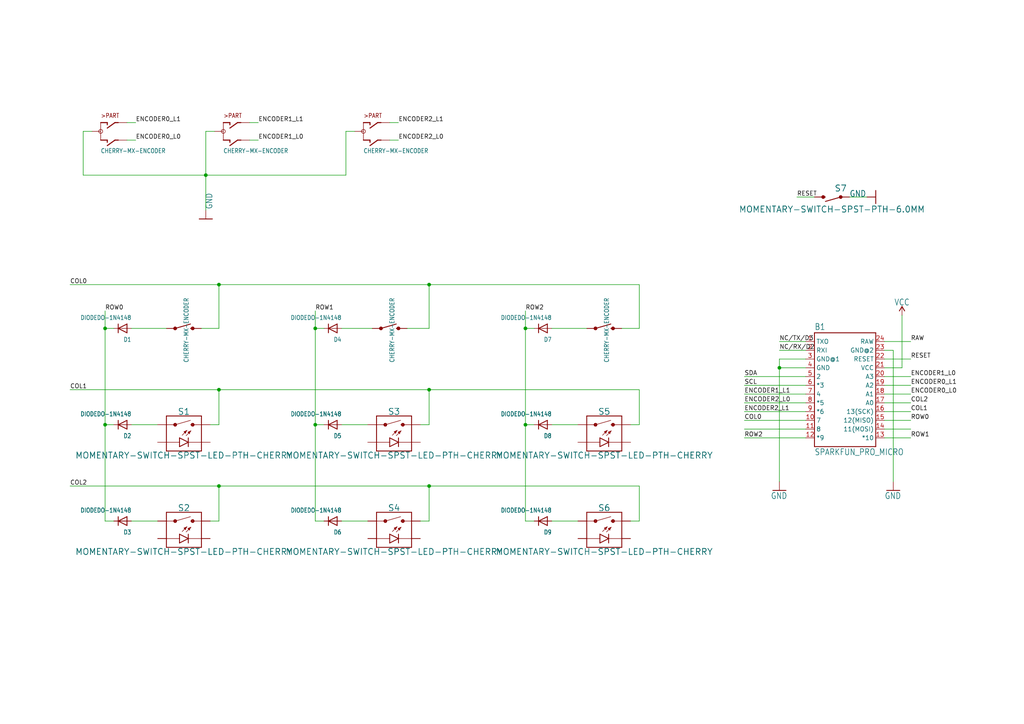
<source format=kicad_sch>
(kicad_sch (version 20211123) (generator eeschema)
  (paper "A4")
  (title_block (title "RecyclingPad") (date "2022-06-22") (rev "0.1x") (company "deveth0"))
  (lib_symbols
    (symbol "dumbpad-eagle-import:CHERRY-MX-ENCODER"
      (property "Value" "CHERRY-MX-ENCODER" (at 6.35 0 90))
      (symbol "CHERRY-MX-ENCODER_1_0"
        (circle (center -2.54 0) (radius 0.127) (stroke (width 0.4064)))
        (polyline (pts (xy -2.54 0) (xy 1.905 1.27)) (stroke (width 0.254)))
        (polyline (pts (xy 1.905 0) (xy 2.54 0)) (stroke (width 0.254)))
        (circle (center 2.54 0) (radius 0.127) (stroke (width 0.4064)))
        (pin passive line (at -5.08 0 0) (length 2.54) (name "1") (number "D"))
        (pin passive line (at 5.08 0 180) (length 2.54) (name "2") (number "E"))
        (pin passive line (at -5.08 0 0) (length 2.54) (name "1") (number "S1"))
        (pin passive line (at 5.08 0 180) (length 2.54) (name "2") (number "S2"))
      )
      (symbol "CHERRY-MX-ENCODER_2_0"
        (polyline (pts (xy -2.54 0) (xy 2.54 0)) (stroke (width 0.1524)))
        (polyline (pts (xy -2.54 1.905) (xy -2.54 0)) (stroke (width 0.3048)))
        (polyline (pts (xy -2.54 4.1275) (xy -0.9525 1.905)) (stroke (width 0.3048)))
        (polyline (pts (xy -2.54 5.08) (xy -2.54 4.1275)) (stroke (width 0.3048)))
        (polyline (pts (xy -1.905 1.905) (xy -2.54 1.905)) (stroke (width 0.3048)))
        (polyline (pts (xy 2.54 1.905) (xy 2.54 0)) (stroke (width 0.3048)))
        (polyline (pts (xy 2.54 4.1275) (xy 4.1275 1.905)) (stroke (width 0.3048)))
        (polyline (pts (xy 2.54 5.08) (xy 2.54 4.1275)) (stroke (width 0.3048)))
        (polyline (pts (xy 3.175 1.905) (xy 2.54 1.905)) (stroke (width 0.3048)))
        (circle (center 0 0) (radius 0.5679))
        (text ">PART" (at -3.81 0 900) (effects (font (size 1.27 1.0795)) (justify left bottom)))
        (pin passive line (at -2.54 7.62 270) (length 2.54) (name "A") (number "A"))
        (pin passive line (at 2.54 7.62 270) (length 2.54) (name "B") (number "B"))
        (pin passive line (at 0 -2.54 90) (length 2.54) (name "C") (number "C"))
      )
    )
    (symbol "dumbpad-eagle-import:DIODEDO-1N4148"
      (property "Reference" "D" (at -2.54 2.54 0))
      (property "Value" "DIODEDO-1N4148" (at -2.54 -3.81 0))
      (symbol "DIODEDO-1N4148_1_0"
        (polyline (pts (xy -1.27 -1.27) (xy 1.27 0)) (stroke (width 0.254)))
        (polyline (pts (xy -1.27 1.27) (xy -1.27 -1.27)) (stroke (width 0.254)))
        (polyline (pts (xy 1.27 0) (xy -1.27 1.27)) (stroke (width 0.254)))
        (polyline (pts (xy 1.27 0) (xy 1.27 -1.27)) (stroke (width 0.254)))
        (polyline (pts (xy 1.27 1.27) (xy 1.27 0)) (stroke (width 0.254)))
        (pin passive line (at -2.54 0 0) (length 2.54) (name "A") (number "A"))
        (pin passive line (at 2.54 0 180) (length 2.54) (name "C") (number "C"))
      )
    )
    (symbol "dumbpad-eagle-import:GND" (power)
      (property "Value" "GND" (at -2.54 -2.54 0))
      (symbol "GND_1_0"
        (polyline (pts (xy -1.905 0) (xy 1.905 0)) (stroke (width 0.254)))
        (pin power_in line (at 0 2.54 270) (length 2.54) (name "GND") (number "1"))
      )
    )
    (symbol "dumbpad-eagle-import:MOMENTARY-SWITCH-SPST-LED-PTH-CHERRY"
      (property "Reference" "S" (at 0 5.334 0))
      (property "Value" "MOMENTARY-SWITCH-SPST-LED-PTH-CHERRY" (at 0 -5.334 0))
      (symbol "MOMENTARY-SWITCH-SPST-LED-PTH-CHERRY_1_0"
        (circle (center -2.54 2.54) (radius 0.127) (stroke (width 0.4064)))
        (polyline (pts (xy -5.08 -5.08) (xy 5.08 -5.08)) (stroke (width 0.254)))
        (polyline (pts (xy -5.08 -2.54) (xy -5.08 -5.08)) (stroke (width 0.254)))
        (polyline (pts (xy -5.08 -2.54) (xy -1.27 -2.54)) (stroke (width 0.1524)))
        (polyline (pts (xy -5.08 2.54) (xy -5.08 -2.54)) (stroke (width 0.254)))
        (polyline (pts (xy -5.08 2.54) (xy -2.54 2.54)) (stroke (width 0.1524)))
        (polyline (pts (xy -5.08 5.08) (xy -5.08 2.54)) (stroke (width 0.254)))
        (polyline (pts (xy -2.54 2.54) (xy 1.905 3.81)) (stroke (width 0.1524)))
        (polyline (pts (xy -1.27 -3.81) (xy -1.27 -2.54)) (stroke (width 0.254)))
        (polyline (pts (xy -1.27 -3.81) (xy 1.27 -2.54)) (stroke (width 0.254)))
        (polyline (pts (xy -1.27 -2.54) (xy -1.27 -1.27)) (stroke (width 0.254)))
        (polyline (pts (xy -0.508 -0.508) (xy 0.889 0.889)) (stroke (width 0.1524)))
        (polyline (pts (xy 0.635 -0.635) (xy 2.032 0.762)) (stroke (width 0.1524)))
        (polyline (pts (xy 1.27 -3.81) (xy 1.27 -2.54)) (stroke (width 0.254)))
        (polyline (pts (xy 1.27 -2.54) (xy -1.27 -1.27)) (stroke (width 0.254)))
        (polyline (pts (xy 1.27 -2.54) (xy 1.27 -1.27)) (stroke (width 0.254)))
        (polyline (pts (xy 1.27 -2.54) (xy 5.08 -2.54)) (stroke (width 0.1524)))
        (polyline (pts (xy 1.905 2.54) (xy 5.08 2.54)) (stroke (width 0.1524)))
        (polyline (pts (xy 5.08 -5.08) (xy 5.08 -2.54)) (stroke (width 0.254)))
        (polyline (pts (xy 5.08 -2.54) (xy 5.08 2.54)) (stroke (width 0.254)))
        (polyline (pts (xy 5.08 2.54) (xy 5.08 5.08)) (stroke (width 0.254)))
        (polyline (pts (xy 5.08 5.08) (xy -5.08 5.08)) (stroke (width 0.254)))
        (polyline (pts (xy 0.889 0.889) (xy 0 0.508) (xy 0.508 0)) (fill (type outline)))
        (polyline (pts (xy 2.032 0.762) (xy 1.143 0.381) (xy 1.651 -0.127)) (fill (type outline)))
        (circle (center 2.54 2.54) (radius 0.127) (stroke (width 0.4064)))
        (pin passive line (at -7.62 -2.54 0) (length 2.54) (name "A") (number "A"))
        (pin passive line (at 7.62 -2.54 180) (length 2.54) (name "C") (number "K"))
        (pin passive line (at -7.62 2.54 0) (length 2.54) (name "1") (number "S1"))
        (pin passive line (at 7.62 2.54 180) (length 2.54) (name "2") (number "S2"))
      )
    )
    (symbol "dumbpad-eagle-import:MOMENTARY-SWITCH-SPST-PTH-6.0MM"
      (property "Reference" "S" (at 0 1.524 0))
      (property "Value" "MOMENTARY-SWITCH-SPST-PTH-6.0MM" (at 0 -0.508 0))
      (symbol "MOMENTARY-SWITCH-SPST-PTH-6.0MM_1_0"
        (circle (center -2.54 0) (radius 0.127) (stroke (width 0.4064)))
        (polyline (pts (xy -2.54 0) (xy 1.905 1.27)) (stroke (width 0.254)))
        (polyline (pts (xy 1.905 0) (xy 2.54 0)) (stroke (width 0.254)))
        (circle (center 2.54 0) (radius 0.127) (stroke (width 0.4064)))
        (pin passive line (at -5.08 0 0) (length 2.54) (name "1") (number "1"))
        (pin passive line (at 5.08 0 180) (length 2.54) (name "2") (number "3"))
      )
    )
    (symbol "dumbpad-eagle-import:SPARKFUN_PRO_MICRO"
      (property "Reference" "B" (at -7.62 18.542 0))
      (property "Value" "SPARKFUN_PRO_MICRO" (at -7.62 -17.78 0))
      (symbol "SPARKFUN_PRO_MICRO_1_0"
        (polyline (pts (xy -7.62 -15.24) (xy 10.16 -15.24)) (stroke (width 0.254)))
        (polyline (pts (xy -7.62 17.78) (xy -7.62 -15.24)) (stroke (width 0.254)))
        (polyline (pts (xy 10.16 -15.24) (xy 10.16 17.78)) (stroke (width 0.254)))
        (polyline (pts (xy 10.16 17.78) (xy -7.62 17.78)) (stroke (width 0.254)))
        (pin bidirectional line (at -10.16 15.24 0) (length 2.54) (name "TXO") (number "1"))
        (pin bidirectional line (at -10.16 -7.62 0) (length 2.54) (name "7") (number "10"))
        (pin bidirectional line (at -10.16 -10.16 0) (length 2.54) (name "8") (number "11"))
        (pin bidirectional line (at -10.16 -12.7 0) (length 2.54) (name "*9") (number "12"))
        (pin bidirectional line (at 12.7 -12.7 180) (length 2.54) (name "*10") (number "13"))
        (pin bidirectional line (at 12.7 -10.16 180) (length 2.54) (name "11(MOSI)") (number "14"))
        (pin bidirectional line (at 12.7 -7.62 180) (length 2.54) (name "12(MISO)") (number "15"))
        (pin bidirectional line (at 12.7 -5.08 180) (length 2.54) (name "13(SCK)") (number "16"))
        (pin bidirectional line (at 12.7 -2.54 180) (length 2.54) (name "A0") (number "17"))
        (pin bidirectional line (at 12.7 0 180) (length 2.54) (name "A1") (number "18"))
        (pin bidirectional line (at 12.7 2.54 180) (length 2.54) (name "A2") (number "19"))
        (pin bidirectional line (at -10.16 12.7 0) (length 2.54) (name "RXI") (number "2"))
        (pin bidirectional line (at 12.7 5.08 180) (length 2.54) (name "A3") (number "20"))
        (pin power_in line (at 12.7 7.62 180) (length 2.54) (name "VCC") (number "21"))
        (pin bidirectional line (at 12.7 10.16 180) (length 2.54) (name "RESET") (number "22"))
        (pin power_in line (at 12.7 12.7 180) (length 2.54) (name "GND@2") (number "23"))
        (pin power_in line (at 12.7 15.24 180) (length 2.54) (name "RAW") (number "24"))
        (pin power_in line (at -10.16 10.16 0) (length 2.54) (name "GND@1") (number "3"))
        (pin power_in line (at -10.16 7.62 0) (length 2.54) (name "GND") (number "4"))
        (pin bidirectional line (at -10.16 5.08 0) (length 2.54) (name "2") (number "5"))
        (pin bidirectional line (at -10.16 2.54 0) (length 2.54) (name "*3") (number "6"))
        (pin bidirectional line (at -10.16 0 0) (length 2.54) (name "4") (number "7"))
        (pin bidirectional line (at -10.16 -2.54 0) (length 2.54) (name "*5") (number "8"))
        (pin bidirectional line (at -10.16 -5.08 0) (length 2.54) (name "*6") (number "9"))
      )
    )
    (symbol "dumbpad-eagle-import:VCC" (power)
      (property "Value" "VCC" (at 0 2.794 0))
      (symbol "VCC_1_0"
        (polyline (pts (xy 0 2.54) (xy -0.762 1.27)) (stroke (width 0.254)))
        (polyline (pts (xy 0.762 1.27) (xy 0 2.54)) (stroke (width 0.254)))
        (pin power_in line (at 0 0 90) (length 2.54) (name "VCC") (number "1"))
      )
    )
  )
  (junction (at 124.46 82.55))
  (junction (at 91.44 95.25))
  (junction (at 124.46 113.03))
  (junction (at 30.48 95.25))
  (junction (at 30.48 123.19))
  (junction (at 63.5 140.97))
  (junction (at 152.4 123.19))
  (junction (at 124.46 140.97))
  (junction (at 63.5 113.03))
  (junction (at 63.5 82.55))
  (junction (at 152.4 95.25))
  (junction (at 59.69 50.8))
  (junction (at 91.44 123.19))
  (junction (at 226.06 106.68))
  (wire (pts (xy 106.68 123.19) (xy 99.06 123.19)))
  (wire (pts (xy 93.98 95.25) (xy 91.44 95.25)))
  (wire (pts (xy 24.13 38.1) (xy 24.13 50.8)))
  (wire (pts (xy 256.54 106.68) (xy 261.62 106.68)))
  (wire (pts (xy 185.42 123.19) (xy 185.42 113.03)))
  (wire (pts (xy 99.06 95.25) (xy 107.95 95.25)))
  (wire (pts (xy 256.54 111.76) (xy 264.16 111.76)))
  (wire (pts (xy 30.48 123.19) (xy 30.48 95.25)))
  (wire (pts (xy 33.02 151.13) (xy 30.48 151.13)))
  (wire (pts (xy 62.23 38.1) (xy 59.69 38.1)))
  (wire (pts (xy 185.42 140.97) (xy 124.46 140.97)))
  (wire (pts (xy 30.48 90.17) (xy 30.48 95.25)))
  (wire (pts (xy 118.11 95.25) (xy 124.46 95.25)))
  (wire (pts (xy 256.54 119.38) (xy 264.16 119.38)))
  (wire (pts (xy 256.54 121.92) (xy 264.16 121.92)))
  (wire (pts (xy 93.98 123.19) (xy 91.44 123.19)))
  (wire (pts (xy 91.44 95.25) (xy 91.44 90.17)))
  (wire (pts (xy 154.94 123.19) (xy 152.4 123.19)))
  (wire (pts (xy 233.68 111.76) (xy 215.9 111.76)))
  (wire (pts (xy 233.68 121.92) (xy 215.9 121.92)))
  (wire (pts (xy 121.92 123.19) (xy 124.46 123.19)))
  (wire (pts (xy 233.68 109.22) (xy 215.9 109.22)))
  (wire (pts (xy 113.03 35.56) (xy 115.57 35.56)))
  (wire (pts (xy 45.72 123.19) (xy 38.1 123.19)))
  (wire (pts (xy 233.68 99.06) (xy 226.06 99.06)))
  (wire (pts (xy 72.39 40.64) (xy 74.93 40.64)))
  (wire (pts (xy 233.68 124.46) (xy 215.9 124.46)))
  (wire (pts (xy 256.54 114.3) (xy 264.16 114.3)))
  (wire (pts (xy 233.68 101.6) (xy 226.06 101.6)))
  (wire (pts (xy 185.42 95.25) (xy 185.42 82.55)))
  (wire (pts (xy 26.67 38.1) (xy 24.13 38.1)))
  (wire (pts (xy 60.96 123.19) (xy 63.5 123.19)))
  (wire (pts (xy 233.68 104.14) (xy 226.06 104.14)))
  (wire (pts (xy 167.64 151.13) (xy 160.02 151.13)))
  (wire (pts (xy 167.64 123.19) (xy 160.02 123.19)))
  (wire (pts (xy 154.94 95.25) (xy 152.4 95.25)))
  (wire (pts (xy 91.44 123.19) (xy 91.44 95.25)))
  (wire (pts (xy 63.5 123.19) (xy 63.5 113.03)))
  (wire (pts (xy 236.22 57.15) (xy 231.14 57.15)))
  (wire (pts (xy 60.96 151.13) (xy 63.5 151.13)))
  (wire (pts (xy 30.48 151.13) (xy 30.48 123.19)))
  (wire (pts (xy 226.06 104.14) (xy 226.06 106.68)))
  (wire (pts (xy 63.5 140.97) (xy 20.32 140.97)))
  (wire (pts (xy 259.08 101.6) (xy 259.08 139.7)))
  (wire (pts (xy 33.02 95.25) (xy 30.48 95.25)))
  (wire (pts (xy 124.46 82.55) (xy 185.42 82.55)))
  (wire (pts (xy 93.98 151.13) (xy 91.44 151.13)))
  (wire (pts (xy 113.03 40.64) (xy 115.57 40.64)))
  (wire (pts (xy 58.42 95.25) (xy 63.5 95.25)))
  (wire (pts (xy 63.5 151.13) (xy 63.5 140.97)))
  (wire (pts (xy 33.02 123.19) (xy 30.48 123.19)))
  (wire (pts (xy 36.83 40.64) (xy 39.37 40.64)))
  (wire (pts (xy 185.42 151.13) (xy 185.42 140.97)))
  (wire (pts (xy 72.39 35.56) (xy 74.93 35.56)))
  (wire (pts (xy 256.54 127) (xy 264.16 127)))
  (wire (pts (xy 256.54 124.46) (xy 264.16 124.46)))
  (wire (pts (xy 59.69 38.1) (xy 59.69 50.8)))
  (wire (pts (xy 59.69 50.8) (xy 100.33 50.8)))
  (wire (pts (xy 63.5 95.25) (xy 63.5 82.55)))
  (wire (pts (xy 256.54 99.06) (xy 264.16 99.06)))
  (wire (pts (xy 233.68 116.84) (xy 215.9 116.84)))
  (wire (pts (xy 182.88 123.19) (xy 185.42 123.19)))
  (wire (pts (xy 100.33 38.1) (xy 102.87 38.1)))
  (wire (pts (xy 124.46 123.19) (xy 124.46 113.03)))
  (wire (pts (xy 246.38 57.15) (xy 251.46 57.15)))
  (wire (pts (xy 256.54 104.14) (xy 264.16 104.14)))
  (wire (pts (xy 124.46 95.25) (xy 124.46 82.55)))
  (wire (pts (xy 256.54 109.22) (xy 264.16 109.22)))
  (wire (pts (xy 256.54 101.6) (xy 259.08 101.6)))
  (wire (pts (xy 24.13 50.8) (xy 59.69 50.8)))
  (wire (pts (xy 59.69 50.8) (xy 59.69 60.96)))
  (wire (pts (xy 20.32 82.55) (xy 63.5 82.55)))
  (wire (pts (xy 36.83 35.56) (xy 39.37 35.56)))
  (wire (pts (xy 233.68 119.38) (xy 215.9 119.38)))
  (wire (pts (xy 124.46 140.97) (xy 63.5 140.97)))
  (wire (pts (xy 154.94 151.13) (xy 152.4 151.13)))
  (wire (pts (xy 256.54 116.84) (xy 264.16 116.84)))
  (wire (pts (xy 152.4 151.13) (xy 152.4 123.19)))
  (wire (pts (xy 160.02 95.25) (xy 170.18 95.25)))
  (wire (pts (xy 100.33 50.8) (xy 100.33 38.1)))
  (wire (pts (xy 226.06 106.68) (xy 226.06 139.7)))
  (wire (pts (xy 45.72 151.13) (xy 38.1 151.13)))
  (wire (pts (xy 63.5 82.55) (xy 124.46 82.55)))
  (wire (pts (xy 121.92 151.13) (xy 124.46 151.13)))
  (wire (pts (xy 20.32 113.03) (xy 63.5 113.03)))
  (wire (pts (xy 152.4 123.19) (xy 152.4 95.25)))
  (wire (pts (xy 233.68 114.3) (xy 215.9 114.3)))
  (wire (pts (xy 233.68 127) (xy 215.9 127)))
  (wire (pts (xy 106.68 151.13) (xy 99.06 151.13)))
  (wire (pts (xy 124.46 113.03) (xy 185.42 113.03)))
  (wire (pts (xy 48.26 95.25) (xy 38.1 95.25)))
  (wire (pts (xy 152.4 95.25) (xy 152.4 90.17)))
  (wire (pts (xy 261.62 106.68) (xy 261.62 91.44)))
  (wire (pts (xy 91.44 151.13) (xy 91.44 123.19)))
  (wire (pts (xy 180.34 95.25) (xy 185.42 95.25)))
  (wire (pts (xy 124.46 151.13) (xy 124.46 140.97)))
  (wire (pts (xy 182.88 151.13) (xy 185.42 151.13)))
  (wire (pts (xy 63.5 113.03) (xy 124.46 113.03)))
  (wire (pts (xy 233.68 106.68) (xy 226.06 106.68)))
  (label "NC/TX/D3" (at 226.06 99.06 0) (effects (font (size 1.2446 1.2446))))
  (label "ENCODER1_L0" (at 74.93 40.64 0) (effects (font (size 1.2446 1.2446))))
  (label "SCL" (at 215.9 111.76 0))
  (label "COL1" (at 264.16 119.38 0) (effects (font (size 1.2446 1.2446))))
  (label "ROW1" (at 91.44 90.17 0) (effects (font (size 1.2446 1.2446))))
  (label "ENCODER1_L1" (at 74.93 35.56 0) (effects (font (size 1.2446 1.2446))))
  (label "ENCODER0_L1" (at 39.37 35.56 0) (effects (font (size 1.2446 1.2446))))
  (label "ENCODER1_L1" (at 215.9 114.3 0))
  (label "COL2" (at 264.16 116.84 0))
  (label "ENCODER2_L0" (at 215.9 116.84 0))
  (label "ENCODER0_L0" (at 39.37 40.64 0) (effects (font (size 1.2446 1.2446))))
  (label "ENCODER2_L0" (at 115.57 40.64 0) (effects (font (size 1.2446 1.2446))))
  (label "ROW1" (at 264.16 127 0))
  (label "RAW" (at 264.16 99.06 0) (effects (font (size 1.2446 1.2446))))
  (label "ROW0" (at 30.48 90.17 0) (effects (font (size 1.2446 1.2446))))
  (label "ROW0" (at 264.16 121.92 0) (effects (font (size 1.2446 1.2446))))
  (label "COL0" (at 215.9 121.92 0))
  (label "ENCODER1_L0" (at 264.16 109.22 0) (effects (font (size 1.2446 1.2446))))
  (label "NC/RX/D2" (at 226.06 101.6 0) (effects (font (size 1.2446 1.2446))))
  (label "ENCODER0_L1" (at 264.16 111.76 0))
  (label "SDA" (at 215.9 109.22 0))
  (label "RESET" (at 231.14 57.15 0) (effects (font (size 1.2446 1.2446))))
  (label "RESET" (at 264.16 104.14 0) (effects (font (size 1.2446 1.2446))))
  (label "ENCODER0_L0" (at 264.16 114.3 0))
  (label "COL1" (at 20.32 113.03 0) (effects (font (size 1.2446 1.2446))))
  (label "ROW2" (at 215.9 127 0) (effects (font (size 1.2446 1.2446))))
  (label "COL2" (at 20.32 140.97 0) (effects (font (size 1.2446 1.2446))))
  (label "ROW2" (at 152.4 90.17 0) (effects (font (size 1.2446 1.2446))))
  (label "COL0" (at 20.32 82.55 0) (effects (font (size 1.2446 1.2446))))
  (label "ENCODER2_L1" (at 115.57 35.56 0) (effects (font (size 1.2446 1.2446))))
  (label "ENCODER2_L1" (at 215.9 119.38 0) (effects (font (size 1.2446 1.2446))))
  (symbol (lib_id "dumbpad-eagle-import:DIODEDO-1N4148") (at 157.48 95.25 180) (unit 1)
    (property "Reference" "D7" (at 160.02 97.79 0) (effects (font (size 1.27 1.0795)) (justify left bottom)))
    (property "Value" "DIODEDO-1N4148" (at 160.02 91.44 0) (effects (font (size 1.27 1.0795)) (justify left bottom)))
    (property "Footprint" "DO-1N4148" (effects hide))
  )
  (symbol (lib_id "dumbpad-eagle-import:MOMENTARY-SWITCH-SPST-LED-PTH-CHERRY") (at 53.34 125.73 0) (unit 1)
    (property "Reference" "S1" (at 53.34 120.396 0) (effects (font (size 1.778 1.778)) (justify bottom)))
    (property "Value" "MOMENTARY-SWITCH-SPST-LED-PTH-CHERRY" (at 53.34 131.064 0) (effects (font (size 1.778 1.778)) (justify top)))
    (property "Footprint" "RecyclingPad:CHERRY-MX" (effects hide))
  )
  (symbol (lib_id "dumbpad-eagle-import:DIODEDO-1N4148") (at 35.56 123.19 180) (unit 1)
    (property "Reference" "D2" (at 38.1 125.73 0) (effects (font (size 1.27 1.0795)) (justify left bottom)))
    (property "Value" "DIODEDO-1N4148" (at 38.1 119.38 0) (effects (font (size 1.27 1.0795)) (justify left bottom)))
    (property "Footprint" "DO-1N4148" (effects hide))
  )
  (symbol (lib_id "dumbpad-eagle-import:CHERRY-MX-ENCODER") (at 175.26 95.25 0) (unit 1)
    (property "Reference" "RE_3_2" (effects hide))
    (property "Value" "CHERRY-MX-ENCODER" (at 175.26 95.758 90) (effects (font (size 1.27 1.0795)) (justify top)))
    (property "Footprint" "CHERRY-MX-ENCODER" (effects hide))
  )
  (symbol (lib_id "dumbpad-eagle-import:CHERRY-MX-ENCODER") (at 53.34 95.25 0) (unit 1)
    (property "Reference" "RE_0_1" (effects hide))
    (property "Value" "CHERRY-MX-ENCODER" (at 53.34 95.758 90) (effects (font (size 1.27 1.0795)) (justify top)))
    (property "Footprint" "CHERRY-MX-ENCODER" (effects hide))
  )
  (symbol (lib_id "dumbpad-eagle-import:GND") (at 59.69 63.5 0) (unit 1)
    (property "Reference" "#GND?" (effects hide))
    (property "Value" "GND" (at 59.69 55.88 90) (effects (font (size 1.778 1.5113)) (justify right top)))
  )
  (symbol (lib_id "dumbpad-eagle-import:DIODEDO-1N4148") (at 96.52 151.13 180) (unit 1)
    (property "Reference" "D6" (at 99.06 153.67 0) (effects (font (size 1.27 1.0795)) (justify left bottom)))
    (property "Value" "DIODEDO-1N4148" (at 99.06 147.32 0) (effects (font (size 1.27 1.0795)) (justify left bottom)))
    (property "Footprint" "DO-1N4148" (effects hide))
  )
  (symbol (lib_id "dumbpad-eagle-import:DIODEDO-1N4148") (at 157.48 123.19 180) (unit 1)
    (property "Reference" "D8" (at 160.02 125.73 0) (effects (font (size 1.27 1.0795)) (justify left bottom)))
    (property "Value" "DIODEDO-1N4148" (at 160.02 119.38 0) (effects (font (size 1.27 1.0795)) (justify left bottom)))
    (property "Footprint" "DO-1N4148" (effects hide))
  )
  (symbol (lib_id "dumbpad-eagle-import:DIODEDO-1N4148") (at 35.56 95.25 180) (unit 1)
    (property "Reference" "D1" (at 38.1 97.79 0) (effects (font (size 1.27 1.0795)) (justify left bottom)))
    (property "Value" "DIODEDO-1N4148" (at 38.1 91.44 0) (effects (font (size 1.27 1.0795)) (justify left bottom)))
    (property "Footprint" "DO-1N4148" (effects hide))
  )
  (symbol (lib_id "dumbpad-eagle-import:GND") (at 226.06 142.24 0) (unit 1)
    (property "Reference" "#GND0102" (effects hide))
    (property "Value" "GND" (at 223.52 144.78 0) (effects (font (size 1.778 1.5113)) (justify left bottom)))
  )
  (symbol (lib_id "dumbpad-eagle-import:MOMENTARY-SWITCH-SPST-LED-PTH-CHERRY") (at 175.26 125.73 0) (unit 1)
    (property "Reference" "S5" (at 175.26 120.396 0) (effects (font (size 1.778 1.778)) (justify bottom)))
    (property "Value" "MOMENTARY-SWITCH-SPST-LED-PTH-CHERRY" (at 175.26 131.064 0) (effects (font (size 1.778 1.778)) (justify top)))
    (property "Footprint" "RecyclingPad:CHERRY-MX" (effects hide))
  )
  (symbol (lib_id "dumbpad-eagle-import:GND") (at 259.08 142.24 0) (unit 1)
    (property "Reference" "#GND0101" (effects hide))
    (property "Value" "GND" (at 256.54 144.78 0) (effects (font (size 1.778 1.5113)) (justify left bottom)))
  )
  (symbol (lib_id "dumbpad-eagle-import:CHERRY-MX-ENCODER") (at 105.41 38.1 270) (unit 2)
    (property "Reference" "RE_3_2" (effects hide))
    (property "Value" "CHERRY-MX-ENCODER" (at 105.41 44.45 90) (effects (font (size 1.27 1.0795)) (justify left bottom)))
    (property "Footprint" "CHERRY-MX-ENCODER" (effects hide))
  )
  (symbol (lib_id "dumbpad-eagle-import:MOMENTARY-SWITCH-SPST-LED-PTH-CHERRY") (at 175.26 153.67 0) (unit 1)
    (property "Reference" "S6" (at 175.26 148.336 0) (effects (font (size 1.778 1.778)) (justify bottom)))
    (property "Value" "MOMENTARY-SWITCH-SPST-LED-PTH-CHERRY" (at 175.26 159.004 0) (effects (font (size 1.778 1.778)) (justify top)))
    (property "Footprint" "RecyclingPad:CHERRY-MX" (effects hide))
  )
  (symbol (lib_id "dumbpad-eagle-import:GND") (at 254 57.15 90) (unit 1)
    (property "Reference" "#GND0103" (effects hide))
    (property "Value" "GND" (at 246.38 57.15 90) (effects (font (size 1.778 1.5113)) (justify right top)))
  )
  (symbol (lib_id "dumbpad-eagle-import:MOMENTARY-SWITCH-SPST-LED-PTH-CHERRY") (at 114.3 125.73 0) (unit 1)
    (property "Reference" "S3" (at 114.3 120.396 0) (effects (font (size 1.778 1.778)) (justify bottom)))
    (property "Value" "MOMENTARY-SWITCH-SPST-LED-PTH-CHERRY" (at 114.3 131.064 0) (effects (font (size 1.778 1.778)) (justify top)))
    (property "Footprint" "RecyclingPad:CHERRY-MX" (effects hide))
  )
  (symbol (lib_id "dumbpad-eagle-import:DIODEDO-1N4148") (at 96.52 95.25 180) (unit 1)
    (property "Reference" "D4" (at 99.06 97.79 0) (effects (font (size 1.27 1.0795)) (justify left bottom)))
    (property "Value" "DIODEDO-1N4148" (at 99.06 91.44 0) (effects (font (size 1.27 1.0795)) (justify left bottom)))
    (property "Footprint" "DO-1N4148" (effects hide))
  )
  (symbol (lib_id "dumbpad-eagle-import:MOMENTARY-SWITCH-SPST-PTH-6.0MM") (at 241.3 57.15 180) (unit 1)
    (property "Reference" "S7" (at 243.84 53.594 0) (effects (font (size 1.778 1.778)) (justify bottom)))
    (property "Value" "MOMENTARY-SWITCH-SPST-PTH-6.0MM" (at 241.3 61.722 0) (effects (font (size 1.778 1.778)) (justify top)))
    (property "Footprint" "TACTILE_SWITCH_PTH_6.0MM" (effects hide))
  )
  (symbol (lib_id "dumbpad-eagle-import:DIODEDO-1N4148") (at 96.52 123.19 180) (unit 1)
    (property "Reference" "D5" (at 99.06 125.73 0) (effects (font (size 1.27 1.0795)) (justify left bottom)))
    (property "Value" "DIODEDO-1N4148" (at 99.06 119.38 0) (effects (font (size 1.27 1.0795)) (justify left bottom)))
    (property "Footprint" "DO-1N4148" (effects hide))
  )
  (symbol (lib_id "dumbpad-eagle-import:DIODEDO-1N4148") (at 157.48 151.13 180) (unit 1)
    (property "Reference" "D9" (at 160.02 153.67 0) (effects (font (size 1.27 1.0795)) (justify left bottom)))
    (property "Value" "DIODEDO-1N4148" (at 160.02 147.32 0) (effects (font (size 1.27 1.0795)) (justify left bottom)))
    (property "Footprint" "DO-1N4148" (effects hide))
  )
  (symbol (lib_id "dumbpad-eagle-import:MOMENTARY-SWITCH-SPST-LED-PTH-CHERRY") (at 114.3 153.67 0) (unit 1)
    (property "Reference" "S4" (at 114.3 148.336 0) (effects (font (size 1.778 1.778)) (justify bottom)))
    (property "Value" "MOMENTARY-SWITCH-SPST-LED-PTH-CHERRY" (at 114.3 159.004 0) (effects (font (size 1.778 1.778)) (justify top)))
    (property "Footprint" "RecyclingPad:CHERRY-MX" (effects hide))
  )
  (symbol (lib_id "dumbpad-eagle-import:SPARKFUN_PRO_MICRO") (at 243.84 114.3 0) (unit 1)
    (property "Reference" "B1" (at 236.22 95.758 0) (effects (font (size 1.778 1.5113)) (justify left bottom)))
    (property "Value" "SPARKFUN_PRO_MICRO" (at 236.22 132.08 0) (effects (font (size 1.778 1.5113)) (justify left bottom)))
    (property "Footprint" "SPARKFUN_PRO_MICRO" (effects hide))
  )
  (symbol (lib_id "dumbpad-eagle-import:DIODEDO-1N4148") (at 35.56 151.13 180) (unit 1)
    (property "Reference" "D3" (at 38.1 153.67 0) (effects (font (size 1.27 1.0795)) (justify left bottom)))
    (property "Value" "DIODEDO-1N4148" (at 38.1 147.32 0) (effects (font (size 1.27 1.0795)) (justify left bottom)))
    (property "Footprint" "DO-1N4148" (effects hide))
  )
  (symbol (lib_id "dumbpad-eagle-import:CHERRY-MX-ENCODER") (at 29.21 38.1 270) (unit 2)
    (property "Reference" "RE_3_1" (effects hide))
    (property "Value" "CHERRY-MX-ENCODER" (at 29.21 44.45 90) (effects (font (size 1.27 1.0795)) (justify left bottom)))
    (property "Footprint" "CHERRY-MX-ENCODER" (effects hide))
  )
  (symbol (lib_id "dumbpad-eagle-import:CHERRY-MX-ENCODER") (at 64.77 38.1 270) (unit 2)
    (property "Reference" "RE_0_1" (effects hide))
    (property "Value" "CHERRY-MX-ENCODER" (at 64.77 44.45 90) (effects (font (size 1.27 1.0795)) (justify left bottom)))
    (property "Footprint" "CHERRY-MX-ENCODER" (effects hide))
  )
  (symbol (lib_id "dumbpad-eagle-import:VCC") (at 261.62 91.44 0) (unit 1)
    (property "Reference" "#SUPPLY0101" (effects hide))
    (property "Value" "VCC" (at 261.62 88.646 0) (effects (font (size 1.778 1.5113)) (justify bottom)))
  )
  (symbol (lib_id "dumbpad-eagle-import:MOMENTARY-SWITCH-SPST-LED-PTH-CHERRY") (at 53.34 153.67 0) (unit 1)
    (property "Reference" "S2" (at 53.34 148.336 0) (effects (font (size 1.778 1.778)) (justify bottom)))
    (property "Value" "MOMENTARY-SWITCH-SPST-LED-PTH-CHERRY" (at 53.34 159.004 0) (effects (font (size 1.778 1.778)) (justify top)))
    (property "Footprint" "RecyclingPad:CHERRY-MX" (effects hide))
  )
  (symbol (lib_id "dumbpad-eagle-import:CHERRY-MX-ENCODER") (at 113.03 95.25 0) (unit 1)
    (property "Reference" "RE_3_1" (effects hide))
    (property "Value" "CHERRY-MX-ENCODER" (at 113.03 95.758 90) (effects (font (size 1.27 1.0795)) (justify top)))
    (property "Footprint" "CHERRY-MX-ENCODER" (effects hide))
  )
)
</source>
